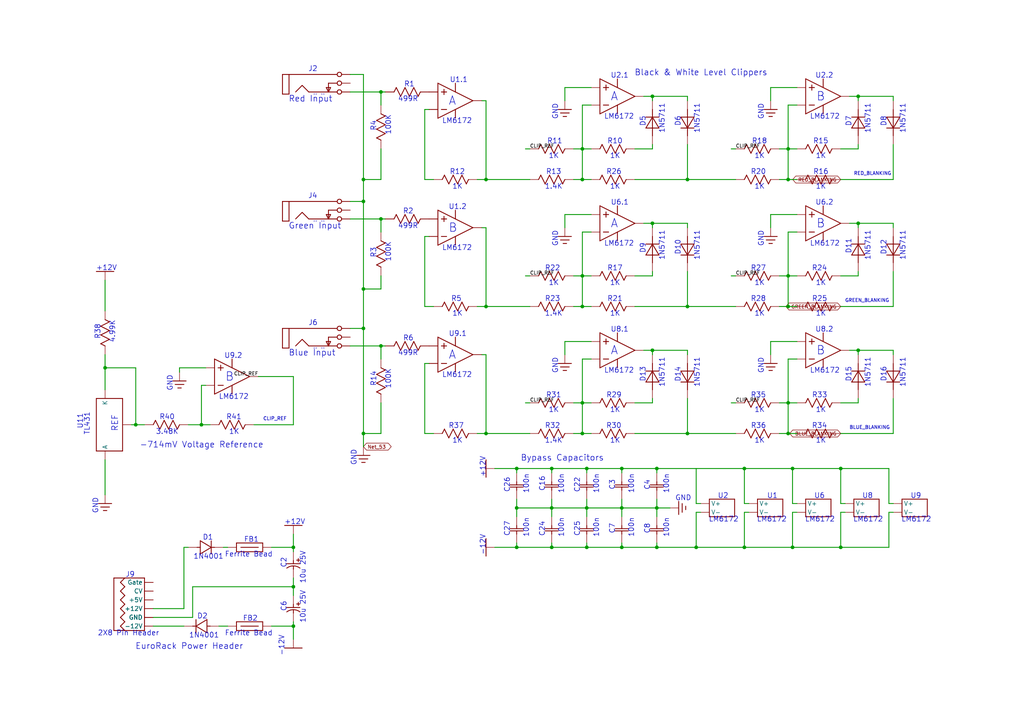
<source format=kicad_sch>
(kicad_sch (version 20231120) (generator "eeschema") (generator_version "8.0")
  (paper "A4")
  (lib_symbols
    (symbol "C2-eagle-import:+12V" (power)
      (symbol "+12V_1_0"
        (pin power_in line (at 0 -2.54 90) (length 2.54) (name "+12V") (number "1"))
      )
    )
    (symbol "C2-eagle-import:-12V" (power)
      (symbol "-12V_1_0"
        (pin power_in line (at 0 -2.54 90) (length 2.54) (name "-12V") (number "1"))
      )
    )
    (symbol "C2-eagle-import:1N4001"
      (symbol "1N4001_1_0"
        (pin passive line (at 5.08 0 180) (length 2.54) (name "K") (number "1"))
        (pin passive line (at -5.08 0 0) (length 2.54) (name "A") (number "2"))
      )
    )
    (symbol "C2-eagle-import:1N5711"
      (symbol "1N5711_1_0"
        (pin passive line (at 6.35 0 180) (length 2.54) (name "K") (number "1"))
        (pin passive line (at -6.35 0 0) (length 2.54) (name "A") (number "2"))
      )
    )
    (symbol "C2-eagle-import:2X8_PIN_HEADER"
      (symbol "2X8_PIN_HEADER_1_0"
        (pin passive line (at 6.985 -6.35 180) (length 2.54) (name "-12V") (number "1"))
        (pin passive line (at 6.985 -1.27 180) (length 2.54) (name "+12V") (number "10"))
        (pin passive line (at 6.985 1.27 180) (length 2.54) (name "+5V") (number "11"))
        (pin passive line (at 6.985 1.27 180) (length 2.54) (name "+5V") (number "12"))
        (pin passive line (at 6.985 3.81 180) (length 2.54) (name "CV") (number "13"))
        (pin passive line (at 6.985 3.81 180) (length 2.54) (name "CV") (number "14"))
        (pin passive line (at 6.985 6.35 180) (length 2.54) (name "Gate") (number "15"))
        (pin passive line (at 6.985 6.35 180) (length 2.54) (name "Gate") (number "16"))
        (pin passive line (at 6.985 -6.35 180) (length 2.54) (name "-12V") (number "2"))
        (pin passive line (at 6.985 -3.81 180) (length 2.54) (name "GND") (number "3"))
        (pin passive line (at 6.985 -3.81 180) (length 2.54) (name "GND") (number "4"))
        (pin passive line (at 6.985 -3.81 180) (length 2.54) (name "GND") (number "5"))
        (pin passive line (at 6.985 -1.27 180) (length 2.54) (name "+12V") (number "9"))
      )
    )
    (symbol "C2-eagle-import:3.5MM_JACK"
      (symbol "3.5MM_JACK_1_0"
        (pin passive line (at 11.1 2.54 180) (length 2.54) (name "Sleeve") (number "1A"))
        (pin passive line (at 11.1 2.54 180) (length 2.54) (name "Sleeve") (number "1B"))
        (pin passive line (at 11.1 0 180) (length 2.54) (name "Switch") (number "2A"))
        (pin passive line (at 11.1 0 180) (length 2.54) (name "Switch") (number "2B"))
        (pin passive line (at 11.1 -2.54 180) (length 2.54) (name "Tip") (number "3A"))
        (pin passive line (at 11.1 -2.54 180) (length 2.54) (name "Tip") (number "3B"))
      )
    )
    (symbol "C2-eagle-import:CAP100"
      (symbol "CAP100_1_0"
        (pin passive line (at -3.81 0 0) (length 2.54) (name "1") (number "1"))
        (pin passive line (at 3.81 0 180) (length 2.54) (name "2") (number "2"))
      )
    )
    (symbol "C2-eagle-import:EC80-5"
      (symbol "EC80-5_1_0"
        (pin passive line (at -3.529 0 0) (length 2.54) (name "PLUS") (number "1"))
        (pin passive line (at 4.091 0 180) (length 2.54) (name "MINUS") (number "2"))
      )
    )
    (symbol "C2-eagle-import:FERRITE_BEAD"
      (symbol "FERRITE_BEAD_1_0"
        (pin passive line (at -6.35 0 0) (length 2.54) (name "1") (number "1"))
        (pin passive line (at 6.35 0 180) (length 2.54) (name "2") (number "2"))
      )
    )
    (symbol "C2-eagle-import:GND" (power)
      (symbol "GND_1_0"
        (pin power_in line (at 0 3.556 270) (length 2.54) (name "GND") (number "1"))
      )
    )
    (symbol "C2-eagle-import:GND_10" (power)
      (symbol "GND_10_1_0"
        (pin power_in line (at 0 3.556 270) (length 2.54) (name "GND") (number "1"))
      )
    )
    (symbol "C2-eagle-import:LM6172"
      (symbol "LM6172_1_0"
        (pin output line (at 7.62 0 180) (length 2.54) (name "OUT") (number "1"))
        (pin input line (at -7.62 -2.54 0) (length 2.54) (name "IN-") (number "2"))
        (pin input line (at -7.62 2.54 0) (length 2.54) (name "IN+") (number "3"))
      )
      (symbol "LM6172_2_0"
        (pin input line (at -7.62 2.54 0) (length 2.54) (name "IN+") (number "5"))
        (pin input line (at -7.62 -2.54 0) (length 2.54) (name "IN-") (number "6"))
        (pin output line (at 7.62 0 180) (length 2.54) (name "OUT") (number "7"))
      )
      (symbol "LM6172_3_0"
        (pin power_in line (at -6.207 -1.27 0) (length 2.54) (name "V-") (number "4"))
        (pin power_in line (at -6.207 1.27 0) (length 2.54) (name "V+") (number "8"))
      )
    )
    (symbol "C2-eagle-import:RES300"
      (symbol "RES300_1_0"
        (pin passive line (at -6.35 0 0) (length 2.54) (name "A") (number "1"))
        (pin passive line (at 6.35 0 180) (length 2.54) (name "B") (number "2"))
      )
    )
    (symbol "C2-eagle-import:TL431"
      (symbol "TL431_1_0"
        (pin passive line (at 10.16 1.27 180) (length 2.54) (name "K") (number "1"))
        (pin passive line (at -10.16 1.27 0) (length 2.54) (name "A") (number "2"))
        (pin input line (at 0 -6.35 90) (length 2.54) (name "REF") (number "3"))
      )
    )
  )
  (junction (at 189.23 101.6))
  (junction (at 168.91 43.18))
  (junction (at 228.6 125.73))
  (junction (at 180.34 135.89))
  (junction (at 58.42 123.19))
  (junction (at 168.91 80.01))
  (junction (at 160.02 135.89))
  (junction (at 149.86 147.32))
  (junction (at 85.09 158.75))
  (junction (at 199.39 125.73))
  (junction (at 30.48 106.68))
  (junction (at 243.84 158.75))
  (junction (at 199.39 52.07))
  (junction (at 190.5 158.75))
  (junction (at 149.86 158.75))
  (junction (at 105.41 125.73))
  (junction (at 215.9 135.89))
  (junction (at 170.18 135.89))
  (junction (at 160.02 158.75))
  (junction (at 180.34 147.32))
  (junction (at 180.34 158.75))
  (junction (at 229.87 135.89))
  (junction (at 149.86 135.89))
  (junction (at 110.49 63.5))
  (junction (at 168.91 116.84))
  (junction (at 228.6 88.9))
  (junction (at 39.37 123.19))
  (junction (at 228.6 43.18))
  (junction (at 189.23 27.94))
  (junction (at 190.5 135.89))
  (junction (at 85.09 170.18))
  (junction (at 168.91 52.07))
  (junction (at 105.41 52.07))
  (junction (at 199.39 88.9))
  (junction (at 110.49 26.67))
  (junction (at 105.41 83.82))
  (junction (at 110.49 100.33))
  (junction (at 189.23 64.77))
  (junction (at 160.02 147.32))
  (junction (at 105.41 58.42))
  (junction (at 201.93 158.75))
  (junction (at 140.97 52.07))
  (junction (at 190.5 147.32))
  (junction (at 228.6 80.01))
  (junction (at 140.97 88.9))
  (junction (at 248.92 27.94))
  (junction (at 229.87 158.75))
  (junction (at 243.84 135.89))
  (junction (at 85.09 181.61))
  (junction (at 168.91 88.9))
  (junction (at 168.91 125.73))
  (junction (at 228.6 116.84))
  (junction (at 105.41 95.25))
  (junction (at 215.9 158.75))
  (junction (at 248.92 64.77))
  (junction (at 228.6 52.07))
  (junction (at 248.92 101.6))
  (junction (at 140.97 125.73))
  (junction (at 170.18 158.75))
  (junction (at 170.18 147.32))
  (wire (pts (xy 223.52 62.23) (xy 223.52 66.04)) (stroke (width 0.25)))
  (wire (pts (xy 189.23 64.77) (xy 189.23 66.04)) (stroke (width 0.25)))
  (wire (pts (xy 231.14 67.31) (xy 228.6 67.31)) (stroke (width 0.25)))
  (wire (pts (xy 149.86 147.32) (xy 160.02 147.32)) (stroke (width 0.25)))
  (wire (pts (xy 163.83 66.04) (xy 163.83 62.23)) (stroke (width 0.25)))
  (wire (pts (xy 163.83 29.21) (xy 163.83 25.4)) (stroke (width 0.25)))
  (wire (pts (xy 243.84 146.05) (xy 245.11 146.05)) (stroke (width 0.25)))
  (wire (pts (xy 243.84 88.9) (xy 259.08 88.9)) (stroke (width 0.25)))
  (wire (pts (xy 170.18 135.89) (xy 180.34 135.89)) (stroke (width 0.25)))
  (wire (pts (xy 228.6 125.73) (xy 231.14 125.73)) (stroke (width 0.25)))
  (wire (pts (xy 248.92 27.94) (xy 248.92 29.21)) (stroke (width 0.25)))
  (wire (pts (xy 30.48 90.17) (xy 30.48 81.28)) (stroke (width 0.25)))
  (wire (pts (xy 44.45 176.53) (xy 53.34 176.53)) (stroke (width 0.25)))
  (wire (pts (xy 243.84 135.89) (xy 229.87 135.89)) (stroke (width 0.25)))
  (wire (pts (xy 248.92 116.84) (xy 248.92 115.57)) (stroke (width 0.25)))
  (wire (pts (xy 184.15 80.01) (xy 189.23 80.01)) (stroke (width 0.25)))
  (wire (pts (xy 123.19 105.41) (xy 124.46 105.41)) (stroke (width 0.25)))
  (wire (pts (xy 105.41 125.73) (xy 110.49 125.73)) (stroke (width 0.25)))
  (wire (pts (xy 226.06 88.9) (xy 228.6 88.9)) (stroke (width 0.25)))
  (wire (pts (xy 53.34 158.75) (xy 54.61 158.75)) (stroke (width 0.25)))
  (wire (pts (xy 213.36 80.01) (xy 212.09 80.01)) (stroke (width 0.25)))
  (wire (pts (xy 199.39 64.77) (xy 189.23 64.77)) (stroke (width 0.25)))
  (wire (pts (xy 248.92 64.77) (xy 248.92 66.04)) (stroke (width 0.25)))
  (wire (pts (xy 180.34 147.32) (xy 180.34 149.86)) (stroke (width 0.25)))
  (wire (pts (xy 190.5 158.75) (xy 201.93 158.75)) (stroke (width 0.25)))
  (wire (pts (xy 110.49 63.5) (xy 110.49 67.31)) (stroke (width 0.25)))
  (wire (pts (xy 231.14 104.14) (xy 228.6 104.14)) (stroke (width 0.25)))
  (wire (pts (xy 85.09 123.19) (xy 73.66 123.19)) (stroke (width 0.25)))
  (wire (pts (xy 166.37 80.01) (xy 168.91 80.01)) (stroke (width 0.25)))
  (wire (pts (xy 180.34 135.89) (xy 190.5 135.89)) (stroke (width 0.25)))
  (wire (pts (xy 149.86 147.32) (xy 149.86 149.86)) (stroke (width 0.25)))
  (wire (pts (xy 201.93 146.05) (xy 203.2 146.05)) (stroke (width 0.25)))
  (wire (pts (xy 226.06 80.01) (xy 228.6 80.01)) (stroke (width 0.25)))
  (wire (pts (xy 123.19 52.07) (xy 123.19 31.75)) (stroke (width 0.25)))
  (wire (pts (xy 85.09 181.61) (xy 85.09 185.42)) (stroke (width 0.25)))
  (wire (pts (xy 85.09 109.22) (xy 85.09 123.19)) (stroke (width 0.25)))
  (wire (pts (xy 78.74 181.61) (xy 85.09 181.61)) (stroke (width 0.25)))
  (wire (pts (xy 168.91 67.31) (xy 171.45 67.31)) (stroke (width 0.25)))
  (wire (pts (xy 63.5 181.61) (xy 66.04 181.61)) (stroke (width 0.25)))
  (wire (pts (xy 246.38 101.6) (xy 248.92 101.6)) (stroke (width 0.25)))
  (wire (pts (xy 189.23 116.84) (xy 189.23 115.57)) (stroke (width 0.25)))
  (wire (pts (xy 215.9 135.89) (xy 215.9 146.05)) (stroke (width 0.25)))
  (wire (pts (xy 110.49 125.73) (xy 110.49 116.84)) (stroke (width 0.25)))
  (wire (pts (xy 201.93 148.59) (xy 203.2 148.59)) (stroke (width 0.25)))
  (wire (pts (xy 248.92 80.01) (xy 248.92 78.74)) (stroke (width 0.25)))
  (wire (pts (xy 171.45 80.01) (xy 168.91 80.01)) (stroke (width 0.25)))
  (wire (pts (xy 138.43 52.07) (xy 140.97 52.07)) (stroke (width 0.25)))
  (wire (pts (xy 215.9 158.75) (xy 215.9 148.59)) (stroke (width 0.25)))
  (wire (pts (xy 186.69 27.94) (xy 189.23 27.94)) (stroke (width 0.25)))
  (wire (pts (xy 184.15 125.73) (xy 199.39 125.73)) (stroke (width 0.25)))
  (wire (pts (xy 140.97 66.04) (xy 139.7 66.04)) (stroke (width 0.25)))
  (wire (pts (xy 231.14 116.84) (xy 228.6 116.84)) (stroke (width 0.25)))
  (wire (pts (xy 243.84 116.84) (xy 248.92 116.84)) (stroke (width 0.25)))
  (wire (pts (xy 190.5 149.86) (xy 190.5 147.32)) (stroke (width 0.25)))
  (wire (pts (xy 101.6 26.67) (xy 110.49 26.67)) (stroke (width 0.25)))
  (wire (pts (xy 140.97 102.87) (xy 140.97 125.73)) (stroke (width 0.25)))
  (wire (pts (xy 180.34 144.78) (xy 180.34 147.32)) (stroke (width 0.25)))
  (wire (pts (xy 228.6 104.14) (xy 228.6 116.84)) (stroke (width 0.25)))
  (wire (pts (xy 215.9 158.75) (xy 229.87 158.75)) (stroke (width 0.25)))
  (wire (pts (xy 105.41 58.42) (xy 105.41 52.07)) (stroke (width 0.25)))
  (wire (pts (xy 54.61 123.19) (xy 58.42 123.19)) (stroke (width 0.25)))
  (wire (pts (xy 190.5 137.16) (xy 190.5 135.89)) (stroke (width 0.25)))
  (wire (pts (xy 140.97 29.21) (xy 139.7 29.21)) (stroke (width 0.25)))
  (wire (pts (xy 201.93 158.75) (xy 201.93 148.59)) (stroke (width 0.25)))
  (wire (pts (xy 123.19 125.73) (xy 125.73 125.73)) (stroke (width 0.25)))
  (wire (pts (xy 168.91 80.01) (xy 168.91 67.31)) (stroke (width 0.25)))
  (wire (pts (xy 194.31 147.32) (xy 190.5 147.32)) (stroke (width 0.25)))
  (wire (pts (xy 228.6 67.31) (xy 228.6 80.01)) (stroke (width 0.25)))
  (wire (pts (xy 259.08 88.9) (xy 259.08 78.74)) (stroke (width 0.25)))
  (wire (pts (xy 231.14 25.4) (xy 223.52 25.4)) (stroke (width 0.25)))
  (wire (pts (xy 190.5 147.32) (xy 180.34 147.32)) (stroke (width 0.25)))
  (wire (pts (xy 199.39 64.77) (xy 199.39 66.04)) (stroke (width 0.25)))
  (wire (pts (xy 85.09 167.64) (xy 85.09 170.18)) (stroke (width 0.25)))
  (wire (pts (xy 39.37 106.68) (xy 39.37 123.19)) (stroke (width 0.25)))
  (wire (pts (xy 257.81 146.05) (xy 259.08 146.05)) (stroke (width 0.25)))
  (wire (pts (xy 52.07 106.68) (xy 59.69 106.68)) (stroke (width 0.25)))
  (wire (pts (xy 44.45 179.07) (xy 55.88 179.07)) (stroke (width 0.25)))
  (wire (pts (xy 243.84 52.07) (xy 259.08 52.07)) (stroke (width 0.25)))
  (wire (pts (xy 189.23 101.6) (xy 189.23 102.87)) (stroke (width 0.25)))
  (wire (pts (xy 101.6 21.59) (xy 105.41 21.59)) (stroke (width 0.25)))
  (wire (pts (xy 58.42 123.19) (xy 60.96 123.19)) (stroke (width 0.25)))
  (wire (pts (xy 248.92 43.18) (xy 248.92 41.91)) (stroke (width 0.25)))
  (wire (pts (xy 110.49 52.07) (xy 110.49 43.18)) (stroke (width 0.25)))
  (wire (pts (xy 257.81 158.75) (xy 257.81 148.59)) (stroke (width 0.25)))
  (wire (pts (xy 153.67 116.84) (xy 152.4 116.84)) (stroke (width 0.25)))
  (wire (pts (xy 226.06 116.84) (xy 228.6 116.84)) (stroke (width 0.25)))
  (wire (pts (xy 168.91 30.48) (xy 171.45 30.48)) (stroke (width 0.25)))
  (wire (pts (xy 190.5 157.48) (xy 190.5 158.75)) (stroke (width 0.25)))
  (wire (pts (xy 213.36 125.73) (xy 199.39 125.73)) (stroke (width 0.25)))
  (wire (pts (xy 123.19 68.58) (xy 124.46 68.58)) (stroke (width 0.25)))
  (wire (pts (xy 259.08 101.6) (xy 259.08 102.87)) (stroke (width 0.25)))
  (wire (pts (xy 170.18 158.75) (xy 180.34 158.75)) (stroke (width 0.25)))
  (wire (pts (xy 74.93 109.22) (xy 85.09 109.22)) (stroke (width 0.25)))
  (wire (pts (xy 184.15 43.18) (xy 189.23 43.18)) (stroke (width 0.25)))
  (wire (pts (xy 149.86 144.78) (xy 149.86 147.32)) (stroke (width 0.25)))
  (wire (pts (xy 171.45 116.84) (xy 168.91 116.84)) (stroke (width 0.25)))
  (wire (pts (xy 39.37 123.19) (xy 41.91 123.19)) (stroke (width 0.25)))
  (wire (pts (xy 180.34 147.32) (xy 170.18 147.32)) (stroke (width 0.25)))
  (wire (pts (xy 110.49 26.67) (xy 111.76 26.67)) (stroke (width 0.25)))
  (wire (pts (xy 58.42 111.76) (xy 59.69 111.76)) (stroke (width 0.25)))
  (wire (pts (xy 85.09 170.18) (xy 85.09 172.72)) (stroke (width 0.25)))
  (wire (pts (xy 138.43 88.9) (xy 140.97 88.9)) (stroke (width 0.25)))
  (wire (pts (xy 184.15 52.07) (xy 199.39 52.07)) (stroke (width 0.25)))
  (wire (pts (xy 160.02 147.32) (xy 160.02 149.86)) (stroke (width 0.25)))
  (wire (pts (xy 140.97 102.87) (xy 139.7 102.87)) (stroke (width 0.25)))
  (wire (pts (xy 228.6 116.84) (xy 228.6 125.73)) (stroke (width 0.25)))
  (wire (pts (xy 215.9 148.59) (xy 217.17 148.59)) (stroke (width 0.25)))
  (wire (pts (xy 243.84 146.05) (xy 243.84 135.89)) (stroke (width 0.25)))
  (wire (pts (xy 163.83 25.4) (xy 171.45 25.4)) (stroke (width 0.25)))
  (wire (pts (xy 180.34 157.48) (xy 180.34 158.75)) (stroke (width 0.25)))
  (wire (pts (xy 163.83 102.87) (xy 163.83 99.06)) (stroke (width 0.25)))
  (wire (pts (xy 101.6 100.33) (xy 110.49 100.33)) (stroke (width 0.25)))
  (wire (pts (xy 110.49 80.01) (xy 110.49 83.82)) (stroke (width 0.25)))
  (wire (pts (xy 149.86 158.75) (xy 160.02 158.75)) (stroke (width 0.25)))
  (wire (pts (xy 171.45 88.9) (xy 168.91 88.9)) (stroke (width 0.25)))
  (wire (pts (xy 143.51 135.89) (xy 149.86 135.89)) (stroke (width 0.25)))
  (wire (pts (xy 143.51 158.75) (xy 149.86 158.75)) (stroke (width 0.25)))
  (wire (pts (xy 231.14 62.23) (xy 223.52 62.23)) (stroke (width 0.25)))
  (wire (pts (xy 168.91 116.84) (xy 168.91 104.14)) (stroke (width 0.25)))
  (wire (pts (xy 229.87 135.89) (xy 215.9 135.89)) (stroke (width 0.25)))
  (wire (pts (xy 140.97 88.9) (xy 140.97 66.04)) (stroke (width 0.25)))
  (wire (pts (xy 199.39 101.6) (xy 189.23 101.6)) (stroke (width 0.25)))
  (wire (pts (xy 215.9 146.05) (xy 217.17 146.05)) (stroke (width 0.25)))
  (wire (pts (xy 140.97 125.73) (xy 138.43 125.73)) (stroke (width 0.25)))
  (wire (pts (xy 171.45 125.73) (xy 168.91 125.73)) (stroke (width 0.25)))
  (wire (pts (xy 259.08 27.94) (xy 248.92 27.94)) (stroke (width 0.25)))
  (wire (pts (xy 259.08 64.77) (xy 259.08 66.04)) (stroke (width 0.25)))
  (wire (pts (xy 231.14 80.01) (xy 228.6 80.01)) (stroke (width 0.25)))
  (wire (pts (xy 213.36 116.84) (xy 212.09 116.84)) (stroke (width 0.25)))
  (wire (pts (xy 228.6 43.18) (xy 228.6 52.07)) (stroke (width 0.25)))
  (wire (pts (xy 189.23 80.01) (xy 189.23 78.74)) (stroke (width 0.25)))
  (wire (pts (xy 110.49 63.5) (xy 111.76 63.5)) (stroke (width 0.25)))
  (wire (pts (xy 140.97 52.07) (xy 153.67 52.07)) (stroke (width 0.25)))
  (wire (pts (xy 231.14 43.18) (xy 228.6 43.18)) (stroke (width 0.25)))
  (wire (pts (xy 64.77 158.75) (xy 66.04 158.75)) (stroke (width 0.25)))
  (wire (pts (xy 180.34 137.16) (xy 180.34 135.89)) (stroke (width 0.25)))
  (wire (pts (xy 52.07 106.68) (xy 52.07 107.95)) (stroke (width 0.25)))
  (wire (pts (xy 153.67 80.01) (xy 152.4 80.01)) (stroke (width 0.25)))
  (wire (pts (xy 228.6 80.01) (xy 228.6 88.9)) (stroke (width 0.25)))
  (wire (pts (xy 160.02 137.16) (xy 160.02 135.89)) (stroke (width 0.25)))
  (wire (pts (xy 229.87 148.59) (xy 231.14 148.59)) (stroke (width 0.25)))
  (wire (pts (xy 123.19 105.41) (xy 123.19 125.73)) (stroke (width 0.25)))
  (wire (pts (xy 163.83 62.23) (xy 171.45 62.23)) (stroke (width 0.25)))
  (wire (pts (xy 199.39 125.73) (xy 199.39 115.57)) (stroke (width 0.25)))
  (wire (pts (xy 166.37 116.84) (xy 168.91 116.84)) (stroke (width 0.25)))
  (wire (pts (xy 149.86 135.89) (xy 149.86 137.16)) (stroke (width 0.25)))
  (wire (pts (xy 140.97 52.07) (xy 140.97 29.21)) (stroke (width 0.25)))
  (wire (pts (xy 229.87 158.75) (xy 229.87 148.59)) (stroke (width 0.25)))
  (wire (pts (xy 105.41 52.07) (xy 110.49 52.07)) (stroke (width 0.25)))
  (wire (pts (xy 170.18 137.16) (xy 170.18 135.89)) (stroke (width 0.25)))
  (wire (pts (xy 228.6 52.07) (xy 231.14 52.07)) (stroke (width 0.25)))
  (wire (pts (xy 149.86 157.48) (xy 149.86 158.75)) (stroke (width 0.25)))
  (wire (pts (xy 78.74 158.75) (xy 85.09 158.75)) (stroke (width 0.25)))
  (wire (pts (xy 257.81 146.05) (xy 257.81 135.89)) (stroke (width 0.25)))
  (wire (pts (xy 166.37 52.07) (xy 168.91 52.07)) (stroke (width 0.25)))
  (wire (pts (xy 110.49 100.33) (xy 111.76 100.33)) (stroke (width 0.25)))
  (wire (pts (xy 189.23 27.94) (xy 189.23 29.21)) (stroke (width 0.25)))
  (wire (pts (xy 101.6 63.5) (xy 110.49 63.5)) (stroke (width 0.25)))
  (wire (pts (xy 85.09 180.34) (xy 85.09 181.61)) (stroke (width 0.25)))
  (wire (pts (xy 55.88 179.07) (xy 55.88 170.18)) (stroke (width 0.25)))
  (wire (pts (xy 229.87 146.05) (xy 229.87 135.89)) (stroke (width 0.25)))
  (wire (pts (xy 30.48 133.35) (xy 30.48 143.51)) (stroke (width 0.25)))
  (wire (pts (xy 39.37 123.19) (xy 38.1 123.19)) (stroke (width 0.25)))
  (wire (pts (xy 153.67 43.18) (xy 152.4 43.18)) (stroke (width 0.25)))
  (wire (pts (xy 226.06 125.73) (xy 228.6 125.73)) (stroke (width 0.25)))
  (wire (pts (xy 160.02 158.75) (xy 170.18 158.75)) (stroke (width 0.25)))
  (wire (pts (xy 149.86 135.89) (xy 160.02 135.89)) (stroke (width 0.25)))
  (wire (pts (xy 166.37 88.9) (xy 168.91 88.9)) (stroke (width 0.25)))
  (wire (pts (xy 30.48 106.68) (xy 39.37 106.68)) (stroke (width 0.25)))
  (wire (pts (xy 53.34 176.53) (xy 53.34 158.75)) (stroke (width 0.25)))
  (wire (pts (xy 213.36 43.18) (xy 212.09 43.18)) (stroke (width 0.25)))
  (wire (pts (xy 171.45 43.18) (xy 168.91 43.18)) (stroke (width 0.25)))
  (wire (pts (xy 125.73 88.9) (xy 123.19 88.9)) (stroke (width 0.25)))
  (wire (pts (xy 53.34 181.61) (xy 44.45 181.61)) (stroke (width 0.25)))
  (wire (pts (xy 125.73 52.07) (xy 123.19 52.07)) (stroke (width 0.25)))
  (wire (pts (xy 168.91 125.73) (xy 168.91 116.84)) (stroke (width 0.25)))
  (wire (pts (xy 85.09 158.75) (xy 85.09 154.94)) (stroke (width 0.25)))
  (wire (pts (xy 246.38 27.94) (xy 248.92 27.94)) (stroke (width 0.25)))
  (wire (pts (xy 201.93 158.75) (xy 215.9 158.75)) (stroke (width 0.25)))
  (wire (pts (xy 243.84 125.73) (xy 259.08 125.73)) (stroke (width 0.25)))
  (wire (pts (xy 170.18 149.86) (xy 170.18 147.32)) (stroke (width 0.25)))
  (wire (pts (xy 123.19 88.9) (xy 123.19 68.58)) (stroke (width 0.25)))
  (wire (pts (xy 199.39 52.07) (xy 199.39 41.91)) (stroke (width 0.25)))
  (wire (pts (xy 105.41 21.59) (xy 105.41 52.07)) (stroke (width 0.25)))
  (wire (pts (xy 190.5 135.89) (xy 215.9 135.89)) (stroke (width 0.25)))
  (wire (pts (xy 170.18 157.48) (xy 170.18 158.75)) (stroke (width 0.25)))
  (wire (pts (xy 168.91 43.18) (xy 168.91 30.48)) (stroke (width 0.25)))
  (wire (pts (xy 246.38 64.77) (xy 248.92 64.77)) (stroke (width 0.25)))
  (wire (pts (xy 231.14 99.06) (xy 223.52 99.06)) (stroke (width 0.25)))
  (wire (pts (xy 199.39 88.9) (xy 199.39 78.74)) (stroke (width 0.25)))
  (wire (pts (xy 243.84 43.18) (xy 248.92 43.18)) (stroke (width 0.25)))
  (wire (pts (xy 243.84 80.01) (xy 248.92 80.01)) (stroke (width 0.25)))
  (wire (pts (xy 110.49 100.33) (xy 110.49 104.14)) (stroke (width 0.25)))
  (wire (pts (xy 171.45 52.07) (xy 168.91 52.07)) (stroke (width 0.25)))
  (wire (pts (xy 259.08 64.77) (xy 248.92 64.77)) (stroke (width 0.25)))
  (wire (pts (xy 259.08 125.73) (xy 259.08 115.57)) (stroke (width 0.25)))
  (wire (pts (xy 257.81 148.59) (xy 259.08 148.59)) (stroke (width 0.25)))
  (wire (pts (xy 123.19 31.75) (xy 124.46 31.75)) (stroke (width 0.25)))
  (wire (pts (xy 30.48 106.68) (xy 30.48 113.03)) (stroke (width 0.25)))
  (wire (pts (xy 170.18 147.32) (xy 170.18 144.78)) (stroke (width 0.25)))
  (wire (pts (xy 55.88 170.18) (xy 85.09 170.18)) (stroke (width 0.25)))
  (wire (pts (xy 184.15 88.9) (xy 199.39 88.9)) (stroke (width 0.25)))
  (wire (pts (xy 243.84 148.59) (xy 245.11 148.59)) (stroke (width 0.25)))
  (wire (pts (xy 213.36 52.07) (xy 199.39 52.07)) (stroke (width 0.25)))
  (wire (pts (xy 199.39 27.94) (xy 189.23 27.94)) (stroke (width 0.25)))
  (wire (pts (xy 199.39 101.6) (xy 199.39 102.87)) (stroke (width 0.25)))
  (wire (pts (xy 186.69 64.77) (xy 189.23 64.77)) (stroke (width 0.25)))
  (wire (pts (xy 248.92 101.6) (xy 248.92 102.87)) (stroke (width 0.25)))
  (wire (pts (xy 110.49 26.67) (xy 110.49 30.48)) (stroke (width 0.25)))
  (wire (pts (xy 163.83 99.06) (xy 171.45 99.06)) (stroke (width 0.25)))
  (wire (pts (xy 105.41 58.42) (xy 105.41 83.82)) (stroke (width 0.25)))
  (wire (pts (xy 223.52 25.4) (xy 223.52 29.21)) (stroke (width 0.25)))
  (wire (pts (xy 190.5 158.75) (xy 180.34 158.75)) (stroke (width 0.25)))
  (wire (pts (xy 184.15 116.84) (xy 189.23 116.84)) (stroke (width 0.25)))
  (wire (pts (xy 259.08 27.94) (xy 259.08 29.21)) (stroke (width 0.25)))
  (wire (pts (xy 168.91 88.9) (xy 168.91 80.01)) (stroke (width 0.25)))
  (wire (pts (xy 243.84 158.75) (xy 243.84 148.59)) (stroke (width 0.25)))
  (wire (pts (xy 186.69 101.6) (xy 189.23 101.6)) (stroke (width 0.25)))
  (wire (pts (xy 228.6 88.9) (xy 231.14 88.9)) (stroke (width 0.25)))
  (wire (pts (xy 105.41 95.25) (xy 105.41 125.73)) (stroke (width 0.25)))
  (wire (pts (xy 223.52 99.06) (xy 223.52 102.87)) (stroke (width 0.25)))
  (wire (pts (xy 168.91 52.07) (xy 168.91 43.18)) (stroke (width 0.25)))
  (wire (pts (xy 58.42 111.76) (xy 58.42 123.19)) (stroke (width 0.25)))
  (wire (pts (xy 101.6 58.42) (xy 105.41 58.42)) (stroke (width 0.25)))
  (wire (pts (xy 105.41 83.82) (xy 105.41 95.25)) (stroke (width 0.25)))
  (wire (pts (xy 199.39 27.94) (xy 199.39 29.21)) (stroke (width 0.25)))
  (wire (pts (xy 189.23 43.18) (xy 189.23 41.91)) (stroke (width 0.25)))
  (wire (pts (xy 213.36 88.9) (xy 199.39 88.9)) (stroke (width 0.25)))
  (wire (pts (xy 160.02 147.32) (xy 170.18 147.32)) (stroke (width 0.25)))
  (wire (pts (xy 243.84 158.75) (xy 257.81 158.75)) (stroke (width 0.25)))
  (wire (pts (xy 259.08 52.07) (xy 259.08 41.91)) (stroke (width 0.25)))
  (wire (pts (xy 228.6 30.48) (xy 228.6 43.18)) (stroke (width 0.25)))
  (wire (pts (xy 259.08 101.6) (xy 248.92 101.6)) (stroke (width 0.25)))
  (wire (pts (xy 140.97 125.73) (xy 153.67 125.73)) (stroke (width 0.25)))
  (wire (pts (xy 201.93 135.89) (xy 201.93 146.05)) (stroke (width 0.25)))
  (wire (pts (xy 257.81 135.89) (xy 243.84 135.89)) (stroke (width 0.25)))
  (wire (pts (xy 160.02 157.48) (xy 160.02 158.75)) (stroke (width 0.25)))
  (wire (pts (xy 105.41 129.54) (xy 105.41 125.73)) (stroke (width 0.25)))
  (wire (pts (xy 168.91 104.14) (xy 171.45 104.14)) (stroke (width 0.25)))
  (wire (pts (xy 226.06 52.07) (xy 228.6 52.07)) (stroke (width 0.25)))
  (wire (pts (xy 85.09 160.02) (xy 85.09 158.75)) (stroke (width 0.25)))
  (wire (pts (xy 101.6 95.25) (xy 105.41 95.25)) (stroke (width 0.25)))
  (wire (pts (xy 190.5 147.32) (xy 190.5 144.78)) (stroke (width 0.25)))
  (wire (pts (xy 30.48 102.87) (xy 30.48 106.68)) (stroke (width 0.25)))
  (wire (pts (xy 110.49 83.82) (xy 105.41 83.82)) (stroke (width 0.25)))
  (wire (pts (xy 166.37 125.73) (xy 168.91 125.73)) (stroke (width 0.25)))
  (wire (pts (xy 166.37 43.18) (xy 168.91 43.18)) (stroke (width 0.25)))
  (wire (pts (xy 160.02 135.89) (xy 170.18 135.89)) (stroke (width 0.25)))
  (wire (pts (xy 160.02 144.78) (xy 160.02 147.32)) (stroke (width 0.25)))
  (wire (pts (xy 140.97 88.9) (xy 153.67 88.9)) (stroke (width 0.25)))
  (wire (pts (xy 229.87 158.75) (xy 243.84 158.75)) (stroke (width 0.25)))
  (wire (pts (xy 226.06 43.18) (xy 228.6 43.18)) (stroke (width 0.25)))
  (wire (pts (xy 231.14 30.48) (xy 228.6 30.48)) (stroke (width 0.25)))
  (wire (pts (xy 229.87 146.05) (xy 231.14 146.05)) (stroke (width 0.25)))
  (text "U8.2" (at 236.45 96.52 0) (effects (font (size 1.48 1.48)) (justify left bottom)))
  (text "100n" (at 161.925 155.98 90) (effects (font (size 1.48 1.48)) (justify left top)))
  (text "R23" (at 158.018 87.63 0) (effects (font (size 1.48 1.48)) (justify left bottom)))
  (text "U8" (at 250.061 144.78 0) (effects (font (size 1.48 1.48)) (justify left bottom)))
  (text "LM6172" (at 175.196 33.02 0) (effects (font (size 1.48 1.48)) (justify left top)))
  (text "R25" (at 235.488 87.63 0) (effects (font (size 1.48 1.48)) (justify left bottom)))
  (text "100n" (at 182.245 143.28 90) (effects (font (size 1.48 1.48)) (justify left top)))
  (text "D11" (at 247.015 73.737 90) (effects (font (size 1.48 1.48)) (justify left bottom)))
  (text "1.4K" (at 158.001 53.34 0) (effects (font (size 1.48 1.48)) (justify left top)))
  (text "1N5711" (at 191.135 75.646 90) (effects (font (size 1.48 1.48)) (justify left top)))
  (text "2X8 Pin Header" (at 28.329 182.88 0) (effects (font (size 1.48 1.48)) (justify left top)))
  (text "100n" (at 192.405 155.98 90) (effects (font (size 1.48 1.48)) (justify left top)))
  (text "+12V" (at 27.842 78.68 0) (effects (font (size 1.48 1.48)) (justify left bottom)))
  (text "U8.1" (at 177.088 96.52 0) (effects (font (size 1.48 1.48)) (justify left bottom)))
  (text "100K" (at 111.76 112.91 90) (effects (font (size 1.48 1.48)) (justify left top)))
  (text "+12V" (at 82.452 152.34 0) (effects (font (size 1.48 1.48)) (justify left bottom)))
  (text "\" \"" (at 90.735 64.135 0) (effects (font (size 1.48 1.48)) (justify left top)))
  (text "GND" (at 161.925 71.634 90) (effects (font (size 1.48 1.48)) (justify left bottom)))
  (text "R6" (at 116.891 99.06 0) (effects (font (size 1.48 1.48)) (justify left bottom)))
  (text "R16" (at 235.853 50.8 0) (effects (font (size 1.48 1.48)) (justify left bottom)))
  (text "D9" (at 187.325 73.61 90) (effects (font (size 1.48 1.48)) (justify left bottom)))
  (text "EuroRack Power Header" (at 39.227 186.547 0) (effects (font (size 1.727 1.727)) (justify left top)))
  (text "A" (at 177.038 100.33 0) (effects (font (size 2.467 2.467)) (justify left top)))
  (text "R30" (at 175.798 124.46 0) (effects (font (size 1.48 1.48)) (justify left bottom)))
  (text "BLUE_BLANKING" (at 246.33 123.564 0) (effects (font (size 0.987 0.987)) (justify left top)))
  (text "1K" (at 131.151 53.34 0) (effects (font (size 1.48 1.48)) (justify left top)))
  (text "C27" (at 147.955 155.708 90) (effects (font (size 1.48 1.48)) (justify left bottom)))
  (text "1N5711" (at 191.135 38.816 90) (effects (font (size 1.48 1.48)) (justify left top)))
  (text "D15" (at 247.015 110.894 90) (effects (font (size 1.48 1.48)) (justify left bottom)))
  (text "-714mV Voltage Reference" (at 40.497 128.127 0) (effects (font (size 1.727 1.727)) (justify left top)))
  (text "LM6172" (at 205.533 149.86 0) (effects (font (size 1.48 1.48)) (justify left top)))
  (text "GND" (at 103.505 135.134 90) (effects (font (size 1.48 1.48)) (justify left bottom)))
  (text "1K" (at 176.871 118.11 0) (effects (font (size 1.48 1.48)) (justify left top)))
  (text "R15" (at 235.816 41.91 0) (effects (font (size 1.48 1.48)) (justify left bottom)))
  (text "LM6172" (at 261.413 149.86 0) (effects (font (size 1.48 1.48)) (justify left top)))
  (text "U9.1" (at 130.133 97.79 0) (effects (font (size 1.48 1.48)) (justify left bottom)))
  (text "1K" (at 176.871 90.17 0) (effects (font (size 1.48 1.48)) (justify left top)))
  (text "1N5711" (at 250.825 112.476 90) (effects (font (size 1.48 1.48)) (justify left top)))
  (text "D8" (at 257.175 36.815 90) (effects (font (size 1.48 1.48)) (justify left bottom)))
  (text "1K" (at 159.091 44.45 0) (effects (font (size 1.48 1.48)) (justify left top)))
  (text "D14" (at 197.485 110.93 90) (effects (font (size 1.48 1.48)) (justify left bottom)))
  (text "GND" (at 161.925 108.464 90) (effects (font (size 1.48 1.48)) (justify left bottom)))
  (text "1.4K" (at 158.001 127 0) (effects (font (size 1.48 1.48)) (justify left top)))
  (text "1K" (at 236.561 118.11 0) (effects (font (size 1.48 1.48)) (justify left top)))
  (text "1K" (at 218.781 44.45 0) (effects (font (size 1.48 1.48)) (justify left top)))
  (text "R32" (at 158.018 124.46 0) (effects (font (size 1.48 1.48)) (justify left bottom)))
  (text "1K" (at 176.871 53.34 0) (effects (font (size 1.48 1.48)) (justify left top)))
  (text "B" (at 236.728 63.5 0) (effects (font (size 2.467 2.467)) (justify left top)))
  (text "GND" (at 161.925 34.804 90) (effects (font (size 1.48 1.48)) (justify left bottom)))
  (text "100n" (at 151.765 155.98 90) (effects (font (size 1.48 1.48)) (justify left top)))
  (text "R11" (at 158.673 41.91 0) (effects (font (size 1.48 1.48)) (justify left bottom)))
  (text "J4" (at 89.354 57.785 0) (effects (font (size 1.48 1.48)) (justify left bottom)))
  (text "D16" (at 257.175 110.857 90) (effects (font (size 1.48 1.48)) (justify left bottom)))
  (text "C16" (at 158.115 142.643 90) (effects (font (size 1.48 1.48)) (justify left bottom)))
  (text "100n" (at 151.765 143.28 90) (effects (font (size 1.48 1.48)) (justify left top)))
  (text "4.99K" (at 31.75 99.54 90) (effects (font (size 1.48 1.48)) (justify left top)))
  (text "10u 25V" (at 87.001 169.434 90) (effects (font (size 1.48 1.48)) (justify left top)))
  (text "J9" (at 36.391 167.64 0) (effects (font (size 1.48 1.48)) (justify left bottom)))
  (text "REF" (at 32.308 125.34 90) (effects (font (size 1.727 1.727)) (justify left top)))
  (text "1K" (at 176.871 44.45 0) (effects (font (size 1.48 1.48)) (justify left top)))
  (text "U6.2" (at 236.487 59.69 0) (effects (font (size 1.48 1.48)) (justify left bottom)))
  (text "100n" (at 172.085 155.98 90) (effects (font (size 1.48 1.48)) (justify left top)))
  (text "J6" (at 89.427 94.615 0) (effects (font (size 1.48 1.48)) (justify left bottom)))
  (text "Bypass Capacitors" (at 150.987 131.937 0) (effects (font (size 1.727 1.727)) (justify left top)))
  (text "D12" (at 257.175 74.064 90) (effects (font (size 1.48 1.48)) (justify left bottom)))
  (text "Black & White Level Clippers" (at 184.007 20.177 0) (effects (font (size 1.727 1.727)) (justify left top)))
  (text "1K" (at 218.781 53.34 0) (effects (font (size 1.48 1.48)) (justify left top)))
  (text "1N5711" (at 260.985 75.646 90) (effects (font (size 1.48 1.48)) (justify left top)))
  (text "LM6172" (at 247.443 149.86 0) (effects (font (size 1.48 1.48)) (justify left top)))
  (text "R1" (at 117.181 25.4 0) (effects (font (size 1.48 1.48)) (justify left bottom)))
  (text "1K" (at 236.561 44.45 0) (effects (font (size 1.48 1.48)) (justify left top)))
  (text "GND" (at 221.615 34.804 90) (effects (font (size 1.48 1.48)) (justify left bottom)))
  (text "\" \"" (at 90.735 27.305 0) (effects (font (size 1.48 1.48)) (justify left top)))
  (text "RED_BLANKING" (at 247.6 49.904 0) (effects (font (size 0.987 0.987)) (justify left top)))
  (text "R21" (at 176.126 87.63 0) (effects (font (size 1.48 1.48)) (justify left bottom)))
  (text "D5" (at 187.325 36.816 90) (effects (font (size 1.48 1.48)) (justify left bottom)))
  (text "LM6172" (at 128.206 107.95 0) (effects (font (size 1.48 1.48)) (justify left top)))
  (text "100n" (at 192.405 143.28 90) (effects (font (size 1.48 1.48)) (justify left top)))
  (text "C8" (at 188.595 154.962 90) (effects (font (size 1.48 1.48)) (justify left bottom)))
  (text "R36" (at 217.745 124.46 0) (effects (font (size 1.48 1.48)) (justify left bottom)))
  (text "U2" (at 208.15 144.78 0) (effects (font (size 1.48 1.48)) (justify left bottom)))
  (text "1K" (at 159.091 81.28 0) (effects (font (size 1.48 1.48)) (justify left top)))
  (text "R2" (at 116.854 62.23 0) (effects (font (size 1.48 1.48)) (justify left bottom)))
  (text "1N5711" (at 191.135 112.476 90) (effects (font (size 1.48 1.48)) (justify left top)))
  (text "1K" (at 159.091 118.11 0) (effects (font (size 1.48 1.48)) (justify left top)))
  (text "LM6172" (at 128.206 71.12 0) (effects (font (size 1.48 1.48)) (justify left top)))
  (text "1N5711" (at 250.825 75.646 90) (effects (font (size 1.48 1.48)) (justify left top)))
  (text "LM6172" (at 234.886 106.68 0) (effects (font (size 1.48 1.48)) (justify left top)))
  (text "A" (at 130.048 101.6 0) (effects (font (size 2.467 2.467)) (justify left top)))
  (text "U9" (at 264.067 144.78 0) (effects (font (size 1.48 1.48)) (justify left bottom)))
  (text "Ferrite Bead" (at 65.177 182.88 0) (effects (font (size 1.48 1.48)) (justify left top)))
  (text "1K" (at 236.561 53.34 0) (effects (font (size 1.48 1.48)) (justify left top)))
  (text "1K" (at 236.561 81.28 0) (effects (font (size 1.48 1.48)) (justify left top)))
  (text "D6" (at 197.485 36.779 90) (effects (font (size 1.48 1.48)) (justify left bottom)))
  (text "U1" (at 222.448 144.78 0) (effects (font (size 1.48 1.48)) (justify left bottom)))
  (text "LM6172" (at 234.886 33.02 0) (effects (font (size 1.48 1.48)) (justify left top)))
  (text "U6.1" (at 177.124 59.69 0) (effects (font (size 1.48 1.48)) (justify left bottom)))
  (text "B" (at 236.728 100.33 0) (effects (font (size 2.467 2.467)) (justify left top)))
  (text "LM6172" (at 175.196 69.85 0) (effects (font (size 1.48 1.48)) (justify left top)))
  (text "C4" (at 188.595 142.299 90) (effects (font (size 1.48 1.48)) (justify left bottom)))
  (text "R31" (at 158.346 115.57 0) (effects (font (size 1.48 1.48)) (justify left bottom)))
  (text "C25" (at 168.275 155.708 90) (effects (font (size 1.48 1.48)) (justify left bottom)))
  (text "D7" (at 247.015 36.816 90) (effects (font (size 1.48 1.48)) (justify left bottom)))
  (text "R3" (at 109.22 74.916 90) (effects (font (size 1.48 1.48)) (justify left bottom)))
  (text "100n" (at 172.085 143.28 90) (effects (font (size 1.48 1.48)) (justify left top)))
  (text "1N5711" (at 250.825 38.816 90) (effects (font (size 1.48 1.48)) (justify left top)))
  (text "U1.1" (at 130.425 24.13 0) (effects (font (size 1.48 1.48)) (justify left bottom)))
  (text "D13" (at 187.325 110.894 90) (effects (font (size 1.48 1.48)) (justify left bottom)))
  (text "R35" (at 217.708 115.57 0) (effects (font (size 1.48 1.48)) (justify left bottom)))
  (text "C6" (at 83.179 177.504 90) (effects (font (size 1.48 1.48)) (justify left bottom)))
  (text "1N5711" (at 201.295 38.816 90) (effects (font (size 1.48 1.48)) (justify left top)))
  (text "B" (at 130.048 64.77 0) (effects (font (size 2.467 2.467)) (justify left top)))
  (text "3.48K" (at 45.168 124.46 0) (effects (font (size 1.48 1.48)) (justify left top)))
  (text "A" (at 177.038 63.5 0) (effects (font (size 2.467 2.467)) (justify left top)))
  (text "R29" (at 175.834 115.57 0) (effects (font (size 1.48 1.48)) (justify left bottom)))
  (text "R40" (at 46.222 121.92 0) (effects (font (size 1.48 1.48)) (justify left bottom)))
  (text "1N4001" (at 54.8 183.515 0) (effects (font (size 1.48 1.48)) (justify left top)))
  (text "U2.2" (at 236.45 22.86 0) (effects (font (size 1.48 1.48)) (justify left bottom)))
  (text "C3" (at 178.435 142.262 90) (effects (font (size 1.48 1.48)) (justify left bottom)))
  (text "1N4001" (at 56.07 160.655 0) (effects (font (size 1.48 1.48)) (justify left top)))
  (text "D2" (at 57.164 179.705 0) (effects (font (size 1.48 1.48)) (justify left bottom)))
  (text "GND" (at 50.165 113.544 90) (effects (font (size 1.48 1.48)) (justify left bottom)))
  (text "GND" (at 195.828 145.415 0) (effects (font (size 1.48 1.48)) (justify left bottom)))
  (text "U11" (at 24.13 124.537 90) (effects (font (size 1.48 1.48)) (justify left bottom)))
  (text "C22" (at 168.275 143.008 90) (effects (font (size 1.48 1.48)) (justify left bottom)))
  (text "-12V" (at 82.55 190.363 90) (effects (font (size 1.48 1.48)) (justify left bottom)))
  (text "GREEN_BLANKING" (at 245.06 86.734 0) (effects (font (size 0.987 0.987)) (justify left top)))
  (text "R27" (at 217.708 78.74 0) (effects (font (size 1.48 1.48)) (justify left bottom)))
  (text "1.4K" (at 158.001 90.17 0) (effects (font (size 1.48 1.48)) (justify left top)))
  (text "GND" (at 28.575 149.104 90) (effects (font (size 1.48 1.48)) (justify left bottom)))
  (text "LM6172" (at 219.503 149.86 0) (effects (font (size 1.48 1.48)) (justify left top)))
  (text "C26" (at 147.955 142.971 90) (effects (font (size 1.48 1.48)) (justify left bottom)))
  (text "R5" (at 130.824 87.63 0) (effects (font (size 1.48 1.48)) (justify left bottom)))
  (text "1K" (at 218.781 90.17 0) (effects (font (size 1.48 1.48)) (justify left top)))
  (text "R18" (at 218.037 41.91 0) (effects (font (size 1.48 1.48)) (justify left bottom)))
  (text "R33" (at 235.488 115.57 0) (effects (font (size 1.48 1.48)) (justify left bottom)))
  (text "1K" (at 236.561 127 0) (effects (font (size 1.48 1.48)) (justify left top)))
  (text "CLIP_REF" (at 76.285 121.024 0) (effects (font (size 0.987 0.987)) (justify left top)))
  (text "U1.2" (at 130.097 60.96 0) (effects (font (size 1.48 1.48)) (justify left bottom)))
  (text "1N5711" (at 260.985 38.816 90) (effects (font (size 1.48 1.48)) (justify left top)))
  (text "GND" (at 221.615 71.634 90) (effects (font (size 1.48 1.48)) (justify left bottom)))
  (text "R38" (at 29.21 98.521 90) (effects (font (size 1.48 1.48)) (justify left bottom)))
  (text "Green Input" (at 83.677 64.627 0) (effects (font (size 1.727 1.727)) (justify left top)))
  (text "R4" (at 109.22 38.122 90) (effects (font (size 1.48 1.48)) (justify left bottom)))
  (text "100K" (at 111.76 76.08 90) (effects (font (size 1.48 1.48)) (justify left top)))
  (text "\" \"" (at 90.735 100.965 0) (effects (font (size 1.48 1.48)) (justify left top)))
  (text "499R" (at 115.399 27.94 0) (effects (font (size 1.48 1.48)) (justify left top)))
  (text "100n" (at 161.925 143.28 90) (effects (font (size 1.48 1.48)) (justify left top)))
  (text "R13" (at 158.346 50.8 0) (effects (font (size 1.48 1.48)) (justify left bottom)))
  (text "1N5711" (at 201.295 112.476 90) (effects (font (size 1.48 1.48)) (justify left top)))
  (text "LM6172" (at 175.196 106.68 0) (effects (font (size 1.48 1.48)) (justify left top)))
  (text "B" (at 65.278 107.95 0) (effects (font (size 2.467 2.467)) (justify left top)))
  (text "LM6172" (at 128.206 34.29 0) (effects (font (size 1.48 1.48)) (justify left top)))
  (text "U9.2" (at 65.036 104.14 0) (effects (font (size 1.48 1.48)) (justify left bottom)))
  (text "1K" (at 218.781 127 0) (effects (font (size 1.48 1.48)) (justify left top)))
  (text "Blue Input" (at 83.677 101.457 0) (effects (font (size 1.727 1.727)) (justify left top)))
  (text "FB2" (at 70.424 180.34 0) (effects (font (size 1.48 1.48)) (justify left bottom)))
  (text "R26" (at 175.835 50.8 0) (effects (font (size 1.48 1.48)) (justify left bottom)))
  (text "Ferrite Bead" (at 65.177 160.02 0) (effects (font (size 1.48 1.48)) (justify left top)))
  (text "C24" (at 158.115 155.744 90) (effects (font (size 1.48 1.48)) (justify left bottom)))
  (text "499R" (at 115.399 101.6 0) (effects (font (size 1.48 1.48)) (justify left top)))
  (text "R10" (at 176.126 41.91 0) (effects (font (size 1.48 1.48)) (justify left bottom)))
  (text "D1" (at 58.761 156.845 0) (effects (font (size 1.48 1.48)) (justify left bottom)))
  (text "C2" (at 83.179 164.841 90) (effects (font (size 1.48 1.48)) (justify left bottom)))
  (text "100K" (at 111.76 39.25 90) (effects (font (size 1.48 1.48)) (justify left top)))
  (text "U2.1" (at 177.087 22.86 0) (effects (font (size 1.48 1.48)) (justify left bottom)))
  (text "1K" (at 131.151 127 0) (effects (font (size 1.48 1.48)) (justify left top)))
  (text "B" (at 236.728 26.67 0) (effects (font (size 2.467 2.467)) (justify left top)))
  (text "FB1" (at 70.752 157.48 0) (effects (font (size 1.48 1.48)) (justify left bottom)))
  (text "Red Input" (at 83.677 27.797 0) (effects (font (size 1.727 1.727)) (justify left top)))
  (text "R41" (at 65.6 121.92 0) (effects (font (size 1.48 1.48)) (justify left bottom)))
  (text "1N5711" (at 201.295 75.646 90) (effects (font (size 1.48 1.48)) (justify left top)))
  (text "1N5711" (at 260.985 112.476 90) (effects (font (size 1.48 1.48)) (justify left top)))
  (text "TL431" (at 24.378 126.319 90) (effects (font (size 1.48 1.48)) (justify left top)))
  (text "R12" (at 130.406 50.8 0) (effects (font (size 1.48 1.48)) (justify left bottom)))
  (text "C7" (at 178.435 154.962 90) (effects (font (size 1.48 1.48)) (justify left bottom)))
  (text "R17" (at 176.126 78.74 0) (effects (font (size 1.48 1.48)) (justify left bottom)))
  (text "499R" (at 115.399 64.77 0) (effects (font (size 1.48 1.48)) (justify left top)))
  (text "A" (at 177.038 26.67 0) (effects (font (size 2.467 2.467)) (justify left top)))
  (text "J2" (at 89.39 20.955 0) (effects (font (size 1.48 1.48)) (justify left bottom)))
  (text "10u 25V" (at 87.001 180.864 90) (effects (font (size 1.48 1.48)) (justify left top)))
  (text "-12V" (at 140.91 161.153 90) (effects (font (size 1.48 1.48)) (justify left bottom)))
  (text "LM6172" (at 63.436 114.3 0) (effects (font (size 1.48 1.48)) (justify left top)))
  (text "100n" (at 182.245 155.98 90) (effects (font (size 1.48 1.48)) (justify left top)))
  (text "U6" (at 236.128 144.78 0) (effects (font (size 1.48 1.48)) (justify left bottom)))
  (text "D10" (at 197.485 74.064 90) (effects (font (size 1.48 1.48)) (justify left bottom)))
  (text "1K" (at 131.151 90.17 0) (effects (font (size 1.48 1.48)) (justify left top)))
  (text "1K" (at 66.381 124.46 0) (effects (font (size 1.48 1.48)) (justify left top)))
  (text "1K" (at 218.781 118.11 0) (effects (font (size 1.48 1.48)) (justify left top)))
  (text "1K" (at 176.871 127 0) (effects (font (size 1.48 1.48)) (justify left top)))
  (text "1K" (at 236.561 90.17 0) (effects (font (size 1.48 1.48)) (justify left top)))
  (text "+12V" (at 140.91 138.528 90) (effects (font (size 1.48 1.48)) (justify left bottom)))
  (text "1K" (at 176.871 81.28 0) (effects (font (size 1.48 1.48)) (justify left top)))
  (text "R28" (at 217.709 87.63 0) (effects (font (size 1.48 1.48)) (justify left bottom)))
  (text "GND" (at 221.615 108.464 90) (effects (font (size 1.48 1.48)) (justify left bottom)))
  (text "R34" (at 235.452 124.46 0) (effects (font (size 1.48 1.48)) (justify left bottom)))
  (text "R14" (at 109.22 112.2 90) (effects (font (size 1.48 1.48)) (justify left bottom)))
  (text "R20" (at 217.708 50.8 0) (effects (font (size 1.48 1.48)) (justify left bottom)))
  (text "1K" (at 218.781 81.28 0) (effects (font (size 1.48 1.48)) (justify left top)))
  (text "R24" (at 235.452 78.74 0) (effects (font (size 1.48 1.48)) (justify left bottom)))
  (text "R22" (at 158.018 78.74 0) (effects (font (size 1.48 1.48)) (justify left bottom)))
  (text "LM6172" (at 234.886 69.85 0) (effects (font (size 1.48 1.48)) (justify left top)))
  (text "LM6172" (at 233.473 149.86 0) (effects (font (size 1.48 1.48)) (justify left top)))
  (text "A" (at 130.048 27.94 0) (effects (font (size 2.467 2.467)) (justify left top)))
  (text "R37" (at 130.078 124.46 0) (effects (font (size 1.48 1.48)) (justify left bottom)))
  (label "CLIP_REF" (at 153.67 43.18 0) (effects (font (size 1.016 1.016))))
  (label "CLIP_REF" (at 153.67 80.01 0) (effects (font (size 1.016 1.016))))
  (label "CLIP_REF" (at 213.36 116.84 0) (effects (font (size 1.016 1.016))))
  (label "CLIP_REF" (at 153.67 116.84 0) (effects (font (size 1.016 1.016))))
  (label "CLIP_REF" (at 213.36 43.18 0) (effects (font (size 1.016 1.016))))
  (label "CLIP_REF" (at 74.93 109.22 180) (effects (font (size 1.016 1.016))))
  (label "CLIP_REF" (at 213.36 80.01 0) (effects (font (size 1.016 1.016))))
  (global_label "Net_53" (shape bidirectional) (at 105.41 129.54 0) (effects (font (size 1.016 1.016))) (property "Intersheetrefs" "${INTERSHEET_REFS}" (effects (hide yes))))
  (global_label "BLUE_BLANKING" (shape bidirectional) (at 243.84 125.73 180) (effects (font (size 1.016 1.016))) (property "Intersheetrefs" "${INTERSHEET_REFS}" (effects (hide yes))))
  (global_label "RED_BLANKING" (shape bidirectional) (at 243.84 52.07 180) (effects (font (size 1.016 1.016))) (property "Intersheetrefs" "${INTERSHEET_REFS}" (effects (hide yes))))
  (global_label "GREEN_BLANKING" (shape bidirectional) (at 243.84 88.9 180) (effects (font (size 1.016 1.016))) (property "Intersheetrefs" "${INTERSHEET_REFS}" (effects (hide yes))))
  (symbol (lib_id "C2-eagle-import:LM6172") (at 67.31 109.22 0) (unit 2)
    (property "Reference" "U9" (effects (hide yes)))
    (property "Value" "LM6172" (effects (hide yes)))
    (property "Footprint" "Package_SO:SOIC-8_3.9x4.9mm_P1.27mm" (effects (hide yes)))
  )
  (symbol (lib_id "C2-eagle-import:1N5711") (at 199.39 109.22 270) (unit 1)
    (property "Reference" "D14" (effects (hide yes)))
    (property "Value" "1N5711" (effects (hide yes)))
    (property "Footprint" "Diode_SMD:D_SOD-323" (effects (hide yes)))
  )
  (symbol (lib_id "C2-eagle-import:RES300") (at 132.08 52.07 0) (unit 1)
    (property "Reference" "R12" (effects (hide yes)))
    (property "Value" "1K" (effects (hide yes)))
    (property "Footprint" "Resistor_SMD:R_0603_1608Metric" (effects (hide yes)))
  )
  (symbol (lib_id "C2-eagle-import:CAP100") (at 190.5 153.67 270) (unit 1)
    (property "Reference" "C8" (effects (hide yes)))
    (property "Value" "100n" (effects (hide yes)))
    (property "Footprint" "Capacitor_SMD:C_0603_1608Metric" (effects (hide yes)))
  )
  (symbol (lib_id "C2-eagle-import:1N4001") (at 58.42 181.61 180) (unit 1)
    (property "Reference" "D2" (effects (hide yes)))
    (property "Value" "1N4001" (effects (hide yes)))
    (property "Footprint" "Diode_SMD:D_SMA" (effects (hide yes)))
  )
  (symbol (lib_id "C2-eagle-import:CAP100") (at 149.86 140.97 270) (unit 1)
    (property "Reference" "C26" (effects (hide yes)))
    (property "Value" "100n" (effects (hide yes)))
    (property "Footprint" "Capacitor_SMD:C_0603_1608Metric" (effects (hide yes)))
  )
  (symbol (lib_id "C2-eagle-import:GND") (at 223.52 32.766 0) (unit 1)
    (property "Reference" "#NetPort025" (effects (hide yes)))
    (property "Value" "GND" (effects (hide yes)))
  )
  (symbol (lib_id "C2-eagle-import:LM6172") (at 209.407 147.32 0) (unit 3)
    (property "Reference" "U2" (effects (hide yes)))
    (property "Value" "LM6172" (effects (hide yes)))
    (property "Footprint" "Package_SO:SOIC-8_3.9x4.9mm_P1.27mm" (effects (hide yes)))
  )
  (symbol (lib_id "C2-eagle-import:3.5MM_JACK") (at 90.5 24.13 0) (unit 1)
    (property "Reference" "J2" (effects (hide yes)))
    (property "Value" "3.5MM_JACK" (effects (hide yes)))
    (property "Footprint" "C2:PJ302M" (effects (hide yes)))
  )
  (symbol (lib_id "C2-eagle-import:FERRITE_BEAD") (at 72.39 158.75 0) (unit 1)
    (property "Reference" "FB1" (effects (hide yes)))
    (property "Value" "68R" (effects (hide yes)))
    (property "Footprint" "Inductor_SMD:L_0603_1608Metric" (effects (hide yes)))
  )
  (symbol (lib_id "C2-eagle-import:RES300") (at 237.49 116.84 0) (unit 1)
    (property "Reference" "R33" (effects (hide yes)))
    (property "Value" "1K" (effects (hide yes)))
    (property "Footprint" "Resistor_SMD:R_0603_1608Metric" (effects (hide yes)))
  )
  (symbol (lib_id "C2-eagle-import:1N5711") (at 248.92 72.39 90) (unit 1)
    (property "Reference" "D11" (effects (hide yes)))
    (property "Value" "1N5711" (effects (hide yes)))
    (property "Footprint" "Diode_SMD:D_SOD-323" (effects (hide yes)))
  )
  (symbol (lib_id "C2-eagle-import:RES300") (at 132.08 88.9 0) (unit 1)
    (property "Reference" "R5" (effects (hide yes)))
    (property "Value" "1K" (effects (hide yes)))
    (property "Footprint" "Resistor_SMD:R_0603_1608Metric" (effects (hide yes)))
  )
  (symbol (lib_id "C2-eagle-import:RES300") (at 237.49 80.01 0) (unit 1)
    (property "Reference" "R24" (effects (hide yes)))
    (property "Value" "1K" (effects (hide yes)))
    (property "Footprint" "Resistor_SMD:R_0603_1608Metric" (effects (hide yes)))
  )
  (symbol (lib_id "C2-eagle-import:LM6172") (at 179.07 101.6 0) (unit 1)
    (property "Reference" "U8" (effects (hide yes)))
    (property "Value" "LM6172" (effects (hide yes)))
    (property "Footprint" "Package_SO:SOIC-8_3.9x4.9mm_P1.27mm" (effects (hide yes)))
  )
  (symbol (lib_id "C2-eagle-import:LM6172") (at 238.76 27.94 0) (unit 2)
    (property "Reference" "U2" (effects (hide yes)))
    (property "Value" "LM6172" (effects (hide yes)))
    (property "Footprint" "Package_SO:SOIC-8_3.9x4.9mm_P1.27mm" (effects (hide yes)))
  )
  (symbol (lib_id "C2-eagle-import:RES300") (at 110.49 36.83 90) (unit 1)
    (property "Reference" "R4" (effects (hide yes)))
    (property "Value" "100K" (effects (hide yes)))
    (property "Footprint" "Resistor_SMD:R_0603_1608Metric" (effects (hide yes)))
  )
  (symbol (lib_id "C2-eagle-import:LM6172") (at 238.76 64.77 0) (unit 2)
    (property "Reference" "U6" (effects (hide yes)))
    (property "Value" "LM6172" (effects (hide yes)))
    (property "Footprint" "Package_SO:SOIC-8_3.9x4.9mm_P1.27mm" (effects (hide yes)))
  )
  (symbol (lib_id "C2-eagle-import:RES300") (at 110.49 73.66 90) (unit 1)
    (property "Reference" "R3" (effects (hide yes)))
    (property "Value" "100K" (effects (hide yes)))
    (property "Footprint" "Resistor_SMD:R_0603_1608Metric" (effects (hide yes)))
  )
  (symbol (lib_id "C2-eagle-import:1N5711") (at 189.23 109.22 90) (unit 1)
    (property "Reference" "D13" (effects (hide yes)))
    (property "Value" "1N5711" (effects (hide yes)))
    (property "Footprint" "Diode_SMD:D_SOD-323" (effects (hide yes)))
  )
  (symbol (lib_id "C2-eagle-import:1N5711") (at 248.92 109.22 90) (unit 1)
    (property "Reference" "D15" (effects (hide yes)))
    (property "Value" "1N5711" (effects (hide yes)))
    (property "Footprint" "Diode_SMD:D_SOD-323" (effects (hide yes)))
  )
  (symbol (lib_id "C2-eagle-import:RES300") (at 118.11 100.33 0) (unit 1)
    (property "Reference" "R6" (effects (hide yes)))
    (property "Value" "499R" (effects (hide yes)))
    (property "Footprint" "Resistor_SMD:R_0603_1608Metric" (effects (hide yes)))
  )
  (symbol (lib_id "C2-eagle-import:TL431") (at 31.75 123.19 90) (unit 1)
    (property "Reference" "U11" (effects (hide yes)))
    (property "Value" "TL431" (effects (hide yes)))
    (property "Footprint" "C2:TO-92-100R" (effects (hide yes)))
  )
  (symbol (lib_id "C2-eagle-import:1N5711") (at 259.08 109.22 270) (unit 1)
    (property "Reference" "D16" (effects (hide yes)))
    (property "Value" "1N5711" (effects (hide yes)))
    (property "Footprint" "Diode_SMD:D_SOD-323" (effects (hide yes)))
  )
  (symbol (lib_id "C2-eagle-import:1N5711") (at 189.23 35.56 90) (unit 1)
    (property "Reference" "D5" (effects (hide yes)))
    (property "Value" "1N5711" (effects (hide yes)))
    (property "Footprint" "Diode_SMD:D_SOD-323" (effects (hide yes)))
  )
  (symbol (lib_id "C2-eagle-import:+12V") (at 30.48 78.74 0) (unit 1)
    (property "Reference" "#NetPort031" (effects (hide yes)))
    (property "Value" "+12V" (effects (hide yes)))
  )
  (symbol (lib_id "C2-eagle-import:EC80-5") (at 85.09 163.549 270) (unit 1)
    (property "Reference" "C2" (effects (hide yes)))
    (property "Value" "10u 25V" (effects (hide yes)))
    (property "Footprint" "C2:CAPPR-2_5.08" (effects (hide yes)))
  )
  (symbol (lib_id "C2-eagle-import:3.5MM_JACK") (at 90.5 97.79 0) (unit 1)
    (property "Reference" "J6" (effects (hide yes)))
    (property "Value" "3.5MM_JACK" (effects (hide yes)))
    (property "Footprint" "C2:PJ302M" (effects (hide yes)))
  )
  (symbol (lib_id "C2-eagle-import:CAP100") (at 190.5 140.97 270) (unit 1)
    (property "Reference" "C4" (effects (hide yes)))
    (property "Value" "100n" (effects (hide yes)))
    (property "Footprint" "Capacitor_SMD:C_0603_1608Metric" (effects (hide yes)))
  )
  (symbol (lib_id "C2-eagle-import:CAP100") (at 170.18 153.67 270) (unit 1)
    (property "Reference" "C25" (effects (hide yes)))
    (property "Value" "100n" (effects (hide yes)))
    (property "Footprint" "Capacitor_SMD:C_0603_1608Metric" (effects (hide yes)))
  )
  (symbol (lib_id "C2-eagle-import:RES300") (at 160.02 52.07 0) (unit 1)
    (property "Reference" "R13" (effects (hide yes)))
    (property "Value" "1.4K" (effects (hide yes)))
    (property "Footprint" "Resistor_SMD:R_0603_1608Metric" (effects (hide yes)))
  )
  (symbol (lib_id "C2-eagle-import:CAP100") (at 180.34 140.97 270) (unit 1)
    (property "Reference" "C3" (effects (hide yes)))
    (property "Value" "100n" (effects (hide yes)))
    (property "Footprint" "Capacitor_SMD:C_0603_1608Metric" (effects (hide yes)))
  )
  (symbol (lib_id "C2-eagle-import:RES300") (at 67.31 123.19 0) (unit 1)
    (property "Reference" "R41" (effects (hide yes)))
    (property "Value" "1K" (effects (hide yes)))
    (property "Footprint" "Resistor_SMD:R_0603_1608Metric" (effects (hide yes)))
  )
  (symbol (lib_id "C2-eagle-import:GND") (at 163.83 106.426 0) (unit 1)
    (property "Reference" "#NetPort028" (effects (hide yes)))
    (property "Value" "GND" (effects (hide yes)))
  )
  (symbol (lib_id "C2-eagle-import:RES300") (at 219.71 80.01 0) (unit 1)
    (property "Reference" "R27" (effects (hide yes)))
    (property "Value" "1K" (effects (hide yes)))
    (property "Footprint" "Resistor_SMD:R_0603_1608Metric" (effects (hide yes)))
  )
  (symbol (lib_id "C2-eagle-import:1N4001") (at 59.69 158.75 0) (unit 1)
    (property "Reference" "D1" (effects (hide yes)))
    (property "Value" "1N4001" (effects (hide yes)))
    (property "Footprint" "Diode_SMD:D_SMA" (effects (hide yes)))
  )
  (symbol (lib_id "C2-eagle-import:RES300") (at 160.02 125.73 0) (unit 1)
    (property "Reference" "R32" (effects (hide yes)))
    (property "Value" "1.4K" (effects (hide yes)))
    (property "Footprint" "Resistor_SMD:R_0603_1608Metric" (effects (hide yes)))
  )
  (symbol (lib_id "C2-eagle-import:RES300") (at 177.8 88.9 0) (unit 1)
    (property "Reference" "R21" (effects (hide yes)))
    (property "Value" "1K" (effects (hide yes)))
    (property "Footprint" "Resistor_SMD:R_0603_1608Metric" (effects (hide yes)))
  )
  (symbol (lib_id "C2-eagle-import:2X8_PIN_HEADER") (at 37.465 175.26 0) (unit 1)
    (property "Reference" "J9" (effects (hide yes)))
    (property "Value" "2X8_PIN_HEADER" (effects (hide yes)))
    (property "Footprint" "C2:IDC16M" (effects (hide yes)))
  )
  (symbol (lib_id "C2-eagle-import:+12V") (at 85.09 152.4 0) (unit 1)
    (property "Reference" "#NetPort017" (effects (hide yes)))
    (property "Value" "+12V" (effects (hide yes)))
  )
  (symbol (lib_id "C2-eagle-import:CAP100") (at 160.02 153.67 270) (unit 1)
    (property "Reference" "C24" (effects (hide yes)))
    (property "Value" "100n" (effects (hide yes)))
    (property "Footprint" "Capacitor_SMD:C_0603_1608Metric" (effects (hide yes)))
  )
  (symbol (lib_id "C2-eagle-import:LM6172") (at 223.377 147.32 0) (unit 3)
    (property "Reference" "U1" (effects (hide yes)))
    (property "Value" "LM6172" (effects (hide yes)))
    (property "Footprint" "Package_SO:SOIC-8_3.9x4.9mm_P1.27mm" (effects (hide yes)))
  )
  (symbol (lib_id "C2-eagle-import:1N5711") (at 189.23 72.39 90) (unit 1)
    (property "Reference" "D9" (effects (hide yes)))
    (property "Value" "1N5711" (effects (hide yes)))
    (property "Footprint" "Diode_SMD:D_SOD-323" (effects (hide yes)))
  )
  (symbol (lib_id "C2-eagle-import:GND_10") (at 105.41 133.096 0) (unit 1)
    (property "Reference" "#NetPort05" (effects (hide yes)))
    (property "Value" "GND_10" (effects (hide yes)))
  )
  (symbol (lib_id "C2-eagle-import:RES300") (at 118.11 26.67 0) (unit 1)
    (property "Reference" "R1" (effects (hide yes)))
    (property "Value" "499R" (effects (hide yes)))
    (property "Footprint" "Resistor_SMD:R_0603_1608Metric" (effects (hide yes)))
  )
  (symbol (lib_id "C2-eagle-import:GND") (at 197.866 147.32 90) (unit 1)
    (property "Reference" "#NetPort018" (effects (hide yes)))
    (property "Value" "GND" (effects (hide yes)))
  )
  (symbol (lib_id "C2-eagle-import:1N5711") (at 259.08 35.56 270) (unit 1)
    (property "Reference" "D8" (effects (hide yes)))
    (property "Value" "1N5711" (effects (hide yes)))
    (property "Footprint" "Diode_SMD:D_SOD-323" (effects (hide yes)))
  )
  (symbol (lib_id "C2-eagle-import:RES300") (at 237.49 88.9 0) (unit 1)
    (property "Reference" "R25" (effects (hide yes)))
    (property "Value" "1K" (effects (hide yes)))
    (property "Footprint" "Resistor_SMD:R_0603_1608Metric" (effects (hide yes)))
  )
  (symbol (lib_id "C2-eagle-import:LM6172") (at 237.347 147.32 0) (unit 3)
    (property "Reference" "U6" (effects (hide yes)))
    (property "Value" "LM6172" (effects (hide yes)))
    (property "Footprint" "Package_SO:SOIC-8_3.9x4.9mm_P1.27mm" (effects (hide yes)))
  )
  (symbol (lib_id "C2-eagle-import:LM6172") (at 179.07 27.94 0) (unit 1)
    (property "Reference" "U2" (effects (hide yes)))
    (property "Value" "LM6172" (effects (hide yes)))
    (property "Footprint" "Package_SO:SOIC-8_3.9x4.9mm_P1.27mm" (effects (hide yes)))
  )
  (symbol (lib_id "C2-eagle-import:RES300") (at 237.49 125.73 0) (unit 1)
    (property "Reference" "R34" (effects (hide yes)))
    (property "Value" "1K" (effects (hide yes)))
    (property "Footprint" "Resistor_SMD:R_0603_1608Metric" (effects (hide yes)))
  )
  (symbol (lib_id "C2-eagle-import:LM6172") (at 132.08 29.21 0) (unit 1)
    (property "Reference" "U1" (effects (hide yes)))
    (property "Value" "LM6172" (effects (hide yes)))
    (property "Footprint" "Package_SO:SOIC-8_3.9x4.9mm_P1.27mm" (effects (hide yes)))
  )
  (symbol (lib_id "C2-eagle-import:RES300") (at 160.02 116.84 0) (unit 1)
    (property "Reference" "R31" (effects (hide yes)))
    (property "Value" "1K" (effects (hide yes)))
    (property "Footprint" "Resistor_SMD:R_0603_1608Metric" (effects (hide yes)))
  )
  (symbol (lib_id "C2-eagle-import:RES300") (at 219.71 125.73 0) (unit 1)
    (property "Reference" "R36" (effects (hide yes)))
    (property "Value" "1K" (effects (hide yes)))
    (property "Footprint" "Resistor_SMD:R_0603_1608Metric" (effects (hide yes)))
  )
  (symbol (lib_id "C2-eagle-import:EC80-5") (at 85.09 176.249 270) (unit 1)
    (property "Reference" "C6" (effects (hide yes)))
    (property "Value" "10u 25V" (effects (hide yes)))
    (property "Footprint" "C2:CAPPR-2_5.08" (effects (hide yes)))
  )
  (symbol (lib_id "C2-eagle-import:RES300") (at 219.71 88.9 0) (unit 1)
    (property "Reference" "R28" (effects (hide yes)))
    (property "Value" "1K" (effects (hide yes)))
    (property "Footprint" "Resistor_SMD:R_0603_1608Metric" (effects (hide yes)))
  )
  (symbol (lib_id "C2-eagle-import:1N5711") (at 199.39 72.39 270) (unit 1)
    (property "Reference" "D10" (effects (hide yes)))
    (property "Value" "1N5711" (effects (hide yes)))
    (property "Footprint" "Diode_SMD:D_SOD-323" (effects (hide yes)))
  )
  (symbol (lib_id "C2-eagle-import:RES300") (at 160.02 80.01 0) (unit 1)
    (property "Reference" "R22" (effects (hide yes)))
    (property "Value" "1K" (effects (hide yes)))
    (property "Footprint" "Resistor_SMD:R_0603_1608Metric" (effects (hide yes)))
  )
  (symbol (lib_id "C2-eagle-import:RES300") (at 118.11 63.5 0) (unit 1)
    (property "Reference" "R2" (effects (hide yes)))
    (property "Value" "499R" (effects (hide yes)))
    (property "Footprint" "Resistor_SMD:R_0603_1608Metric" (effects (hide yes)))
  )
  (symbol (lib_id "C2-eagle-import:RES300") (at 177.8 116.84 0) (unit 1)
    (property "Reference" "R29" (effects (hide yes)))
    (property "Value" "1K" (effects (hide yes)))
    (property "Footprint" "Resistor_SMD:R_0603_1608Metric" (effects (hide yes)))
  )
  (symbol (lib_id "C2-eagle-import:LM6172") (at 238.76 101.6 0) (unit 2)
    (property "Reference" "U8" (effects (hide yes)))
    (property "Value" "LM6172" (effects (hide yes)))
    (property "Footprint" "Package_SO:SOIC-8_3.9x4.9mm_P1.27mm" (effects (hide yes)))
  )
  (symbol (lib_id "C2-eagle-import:RES300") (at 237.49 43.18 0) (unit 1)
    (property "Reference" "R15" (effects (hide yes)))
    (property "Value" "1K" (effects (hide yes)))
    (property "Footprint" "Resistor_SMD:R_0603_1608Metric" (effects (hide yes)))
  )
  (symbol (lib_id "C2-eagle-import:-12V") (at 85.09 187.96 180) (unit 1)
    (property "Reference" "#NetPort019" (effects (hide yes)))
    (property "Value" "-12V" (effects (hide yes)))
  )
  (symbol (lib_id "C2-eagle-import:1N5711") (at 199.39 35.56 270) (unit 1)
    (property "Reference" "D6" (effects (hide yes)))
    (property "Value" "1N5711" (effects (hide yes)))
    (property "Footprint" "Diode_SMD:D_SOD-323" (effects (hide yes)))
  )
  (symbol (lib_id "C2-eagle-import:RES300") (at 132.08 125.73 0) (unit 1)
    (property "Reference" "R37" (effects (hide yes)))
    (property "Value" "1K" (effects (hide yes)))
    (property "Footprint" "Resistor_SMD:R_0603_1608Metric" (effects (hide yes)))
  )
  (symbol (lib_id "C2-eagle-import:RES300") (at 177.8 52.07 0) (unit 1)
    (property "Reference" "R26" (effects (hide yes)))
    (property "Value" "1K" (effects (hide yes)))
    (property "Footprint" "Resistor_SMD:R_0603_1608Metric" (effects (hide yes)))
  )
  (symbol (lib_id "C2-eagle-import:RES300") (at 177.8 125.73 0) (unit 1)
    (property "Reference" "R30" (effects (hide yes)))
    (property "Value" "1K" (effects (hide yes)))
    (property "Footprint" "Resistor_SMD:R_0603_1608Metric" (effects (hide yes)))
  )
  (symbol (lib_id "C2-eagle-import:GND") (at 163.83 32.766 0) (unit 1)
    (property "Reference" "#NetPort07" (effects (hide yes)))
    (property "Value" "GND" (effects (hide yes)))
  )
  (symbol (lib_id "C2-eagle-import:RES300") (at 219.71 43.18 0) (unit 1)
    (property "Reference" "R18" (effects (hide yes)))
    (property "Value" "1K" (effects (hide yes)))
    (property "Footprint" "Resistor_SMD:R_0603_1608Metric" (effects (hide yes)))
  )
  (symbol (lib_id "C2-eagle-import:GND") (at 30.48 147.066 0) (unit 1)
    (property "Reference" "#NetPort032" (effects (hide yes)))
    (property "Value" "GND" (effects (hide yes)))
  )
  (symbol (lib_id "C2-eagle-import:CAP100") (at 149.86 153.67 270) (unit 1)
    (property "Reference" "C27" (effects (hide yes)))
    (property "Value" "100n" (effects (hide yes)))
    (property "Footprint" "Capacitor_SMD:C_0603_1608Metric" (effects (hide yes)))
  )
  (symbol (lib_id "C2-eagle-import:RES300") (at 110.49 110.49 90) (unit 1)
    (property "Reference" "R14" (effects (hide yes)))
    (property "Value" "100K" (effects (hide yes)))
    (property "Footprint" "Resistor_SMD:R_0603_1608Metric" (effects (hide yes)))
  )
  (symbol (lib_id "C2-eagle-import:1N5711") (at 248.92 35.56 90) (unit 1)
    (property "Reference" "D7" (effects (hide yes)))
    (property "Value" "1N5711" (effects (hide yes)))
    (property "Footprint" "Diode_SMD:D_SOD-323" (effects (hide yes)))
  )
  (symbol (lib_id "C2-eagle-import:RES300") (at 160.02 88.9 0) (unit 1)
    (property "Reference" "R23" (effects (hide yes)))
    (property "Value" "1.4K" (effects (hide yes)))
    (property "Footprint" "Resistor_SMD:R_0603_1608Metric" (effects (hide yes)))
  )
  (symbol (lib_id "C2-eagle-import:-12V") (at 140.97 158.75 90) (unit 1)
    (property "Reference" "#NetPort02" (effects (hide yes)))
    (property "Value" "-12V" (effects (hide yes)))
  )
  (symbol (lib_id "C2-eagle-import:RES300") (at 177.8 80.01 0) (unit 1)
    (property "Reference" "R17" (effects (hide yes)))
    (property "Value" "1K" (effects (hide yes)))
    (property "Footprint" "Resistor_SMD:R_0603_1608Metric" (effects (hide yes)))
  )
  (symbol (lib_id "C2-eagle-import:+12V") (at 140.97 135.89 90) (unit 1)
    (property "Reference" "#NetPort01" (effects (hide yes)))
    (property "Value" "+12V" (effects (hide yes)))
  )
  (symbol (lib_id "C2-eagle-import:FERRITE_BEAD") (at 72.39 181.61 0) (unit 1)
    (property "Reference" "FB2" (effects (hide yes)))
    (property "Value" "68R" (effects (hide yes)))
    (property "Footprint" "Inductor_SMD:L_0603_1608Metric" (effects (hide yes)))
  )
  (symbol (lib_id "C2-eagle-import:RES300") (at 30.48 96.52 90) (unit 1)
    (property "Reference" "R38" (effects (hide yes)))
    (property "Value" "4.99K" (effects (hide yes)))
    (property "Footprint" "Resistor_SMD:R_0603_1608Metric" (effects (hide yes)))
  )
  (symbol (lib_id "C2-eagle-import:3.5MM_JACK") (at 90.5 60.96 0) (unit 1)
    (property "Reference" "J4" (effects (hide yes)))
    (property "Value" "3.5MM_JACK" (effects (hide yes)))
    (property "Footprint" "C2:PJ302M" (effects (hide yes)))
  )
  (symbol (lib_id "C2-eagle-import:RES300") (at 219.71 116.84 0) (unit 1)
    (property "Reference" "R35" (effects (hide yes)))
    (property "Value" "1K" (effects (hide yes)))
    (property "Footprint" "Resistor_SMD:R_0603_1608Metric" (effects (hide yes)))
  )
  (symbol (lib_id "C2-eagle-import:RES300") (at 219.71 52.07 0) (unit 1)
    (property "Reference" "R20" (effects (hide yes)))
    (property "Value" "1K" (effects (hide yes)))
    (property "Footprint" "Resistor_SMD:R_0603_1608Metric" (effects (hide yes)))
  )
  (symbol (lib_id "C2-eagle-import:RES300") (at 48.26 123.19 0) (unit 1)
    (property "Reference" "R40" (effects (hide yes)))
    (property "Value" "3.48K" (effects (hide yes)))
    (property "Footprint" "Resistor_SMD:R_0603_1608Metric" (effects (hide yes)))
  )
  (symbol (lib_id "C2-eagle-import:LM6172") (at 179.07 64.77 0) (unit 1)
    (property "Reference" "U6" (effects (hide yes)))
    (property "Value" "LM6172" (effects (hide yes)))
    (property "Footprint" "Package_SO:SOIC-8_3.9x4.9mm_P1.27mm" (effects (hide yes)))
  )
  (symbol (lib_id "C2-eagle-import:GND") (at 52.07 111.506 0) (unit 1)
    (property "Reference" "#NetPort06" (effects (hide yes)))
    (property "Value" "GND" (effects (hide yes)))
  )
  (symbol (lib_id "C2-eagle-import:1N5711") (at 259.08 72.39 270) (unit 1)
    (property "Reference" "D12" (effects (hide yes)))
    (property "Value" "1N5711" (effects (hide yes)))
    (property "Footprint" "Diode_SMD:D_SOD-323" (effects (hide yes)))
  )
  (symbol (lib_id "C2-eagle-import:RES300") (at 177.8 43.18 0) (unit 1)
    (property "Reference" "R10" (effects (hide yes)))
    (property "Value" "1K" (effects (hide yes)))
    (property "Footprint" "Resistor_SMD:R_0603_1608Metric" (effects (hide yes)))
  )
  (symbol (lib_id "C2-eagle-import:LM6172") (at 132.08 66.04 0) (unit 2)
    (property "Reference" "U1" (effects (hide yes)))
    (property "Value" "LM6172" (effects (hide yes)))
    (property "Footprint" "Package_SO:SOIC-8_3.9x4.9mm_P1.27mm" (effects (hide yes)))
  )
  (symbol (lib_id "C2-eagle-import:CAP100") (at 170.18 140.97 270) (unit 1)
    (property "Reference" "C22" (effects (hide yes)))
    (property "Value" "100n" (effects (hide yes)))
    (property "Footprint" "Capacitor_SMD:C_0603_1608Metric" (effects (hide yes)))
  )
  (symbol (lib_id "C2-eagle-import:CAP100") (at 180.34 153.67 270) (unit 1)
    (property "Reference" "C7" (effects (hide yes)))
    (property "Value" "100n" (effects (hide yes)))
    (property "Footprint" "Capacitor_SMD:C_0603_1608Metric" (effects (hide yes)))
  )
  (symbol (lib_id "C2-eagle-import:GND") (at 223.52 106.426 0) (unit 1)
    (property "Reference" "#NetPort029" (effects (hide yes)))
    (property "Value" "GND" (effects (hide yes)))
  )
  (symbol (lib_id "C2-eagle-import:GND") (at 163.83 69.596 0) (unit 1)
    (property "Reference" "#NetPort026" (effects (hide yes)))
    (property "Value" "GND" (effects (hide yes)))
  )
  (symbol (lib_id "C2-eagle-import:RES300") (at 160.02 43.18 0) (unit 1)
    (property "Reference" "R11" (effects (hide yes)))
    (property "Value" "1K" (effects (hide yes)))
    (property "Footprint" "Resistor_SMD:R_0603_1608Metric" (effects (hide yes)))
  )
  (symbol (lib_id "C2-eagle-import:LM6172") (at 132.08 102.87 0) (unit 1)
    (property "Reference" "U9" (effects (hide yes)))
    (property "Value" "LM6172" (effects (hide yes)))
    (property "Footprint" "Package_SO:SOIC-8_3.9x4.9mm_P1.27mm" (effects (hide yes)))
  )
  (symbol (lib_id "C2-eagle-import:RES300") (at 237.49 52.07 0) (unit 1)
    (property "Reference" "R16" (effects (hide yes)))
    (property "Value" "1K" (effects (hide yes)))
    (property "Footprint" "Resistor_SMD:R_0603_1608Metric" (effects (hide yes)))
  )
  (symbol (lib_id "C2-eagle-import:GND") (at 223.52 69.596 0) (unit 1)
    (property "Reference" "#NetPort027" (effects (hide yes)))
    (property "Value" "GND" (effects (hide yes)))
  )
  (symbol (lib_id "C2-eagle-import:LM6172") (at 251.317 147.32 0) (unit 3)
    (property "Reference" "U8" (effects (hide yes)))
    (property "Value" "LM6172" (effects (hide yes)))
    (property "Footprint" "Package_SO:SOIC-8_3.9x4.9mm_P1.27mm" (effects (hide yes)))
  )
  (symbol (lib_id "C2-eagle-import:CAP100") (at 160.02 140.97 270) (unit 1)
    (property "Reference" "C16" (effects (hide yes)))
    (property "Value" "100n" (effects (hide yes)))
    (property "Footprint" "Capacitor_SMD:C_0603_1608Metric" (effects (hide yes)))
  )
  (symbol (lib_id "C2-eagle-import:LM6172") (at 265.287 147.32 0) (unit 3)
    (property "Reference" "U9" (effects (hide yes)))
    (property "Value" "LM6172" (effects (hide yes)))
    (property "Footprint" "Package_SO:SOIC-8_3.9x4.9mm_P1.27mm" (effects (hide yes)))
  )
)
</source>
